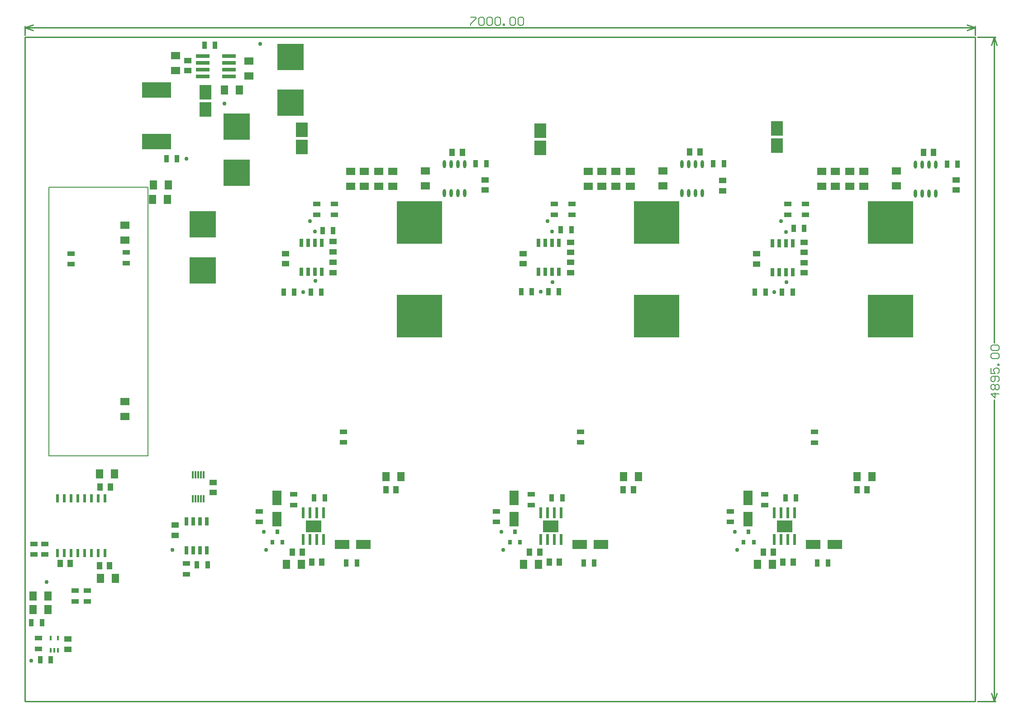
<source format=gtp>
G04*
G04 #@! TF.GenerationSoftware,Altium Limited,Altium Designer,21.9.2 (33)*
G04*
G04 Layer_Color=8421504*
%FSLAX25Y25*%
%MOIN*%
G70*
G04*
G04 #@! TF.SameCoordinates,0E08706B-7DCD-4228-AC31-9AE201DF4438*
G04*
G04*
G04 #@! TF.FilePolarity,Positive*
G04*
G01*
G75*
%ADD12C,0.01000*%
%ADD15C,0.00500*%
%ADD17C,0.00600*%
%ADD18R,0.05512X0.04134*%
%ADD19R,0.03543X0.05315*%
%ADD20R,0.33465X0.31496*%
%ADD21R,0.04134X0.05512*%
%ADD22R,0.05709X0.07087*%
%ADD23R,0.01181X0.05315*%
%ADD24R,0.05315X0.03543*%
%ADD25R,0.02559X0.06102*%
%ADD26O,0.02362X0.05906*%
%ADD27C,0.03000*%
%ADD28R,0.09843X0.02756*%
%ADD29R,0.03150X0.03543*%
%ADD30R,0.07087X0.05709*%
%ADD31R,0.08898X0.11024*%
%ADD32R,0.21260X0.11417*%
%ADD33R,0.19685X0.19685*%
%ADD34R,0.01575X0.03543*%
%ADD35R,0.06890X0.05709*%
%ADD36R,0.02362X0.07874*%
%ADD37R,0.11614X0.08858*%
%ADD38R,0.06693X0.10630*%
%ADD39R,0.10630X0.06693*%
%ADD40R,0.02362X0.05906*%
D12*
Y0D02*
Y489500D01*
X700000D01*
Y0D02*
Y489500D01*
X0Y0D02*
X700000D01*
X712000Y6000D02*
X714000Y0D01*
X716000Y6000D01*
X714000Y489500D02*
X716000Y483500D01*
X712000D02*
X714000Y489500D01*
Y0D02*
Y222056D01*
Y264244D02*
Y489500D01*
X701500Y0D02*
X715000D01*
X701500Y489500D02*
X715000D01*
X0Y496500D02*
X6000Y498500D01*
X0Y496500D02*
X6000Y494500D01*
X694000D02*
X700000Y496500D01*
X694000Y498500D02*
X700000Y496500D01*
X0D02*
X700000D01*
X0D02*
X700000D01*
X0Y491000D02*
Y497500D01*
X700000Y491000D02*
Y497500D01*
D15*
X17504Y181004D02*
X90496D01*
Y378996D01*
X17504D02*
X90496D01*
X17504Y181004D02*
Y378996D01*
Y181004D02*
X90496D01*
Y378996D01*
X17504D02*
X90496D01*
X17504Y181004D02*
Y378996D01*
D17*
X717599Y226655D02*
X711601D01*
X714600Y223656D01*
Y227655D01*
X712601Y229654D02*
X711601Y230654D01*
Y232653D01*
X712601Y233653D01*
X713600D01*
X714600Y232653D01*
X715600Y233653D01*
X716599D01*
X717599Y232653D01*
Y230654D01*
X716599Y229654D01*
X715600D01*
X714600Y230654D01*
X713600Y229654D01*
X712601D01*
X714600Y230654D02*
Y232653D01*
X716599Y235652D02*
X717599Y236652D01*
Y238651D01*
X716599Y239651D01*
X712601D01*
X711601Y238651D01*
Y236652D01*
X712601Y235652D01*
X713600D01*
X714600Y236652D01*
Y239651D01*
X711601Y245649D02*
Y241651D01*
X714600D01*
X713600Y243650D01*
Y244650D01*
X714600Y245649D01*
X716599D01*
X717599Y244650D01*
Y242650D01*
X716599Y241651D01*
X717599Y247649D02*
X716599D01*
Y248648D01*
X717599D01*
Y247649D01*
X712601Y252647D02*
X711601Y253647D01*
Y255646D01*
X712601Y256646D01*
X716599D01*
X717599Y255646D01*
Y253647D01*
X716599Y252647D01*
X712601D01*
Y258645D02*
X711601Y259645D01*
Y261644D01*
X712601Y262644D01*
X716599D01*
X717599Y261644D01*
Y259645D01*
X716599Y258645D01*
X712601D01*
X328100Y504098D02*
X332099D01*
Y503098D01*
X328100Y499100D01*
Y498100D01*
X334098Y503098D02*
X335098Y504098D01*
X337097D01*
X338097Y503098D01*
Y499100D01*
X337097Y498100D01*
X335098D01*
X334098Y499100D01*
Y503098D01*
X340096D02*
X341096Y504098D01*
X343095D01*
X344095Y503098D01*
Y499100D01*
X343095Y498100D01*
X341096D01*
X340096Y499100D01*
Y503098D01*
X346094D02*
X347094Y504098D01*
X349093D01*
X350093Y503098D01*
Y499100D01*
X349093Y498100D01*
X347094D01*
X346094Y499100D01*
Y503098D01*
X352092Y498100D02*
Y499100D01*
X353092D01*
Y498100D01*
X352092D01*
X357091Y503098D02*
X358090Y504098D01*
X360090D01*
X361089Y503098D01*
Y499100D01*
X360090Y498100D01*
X358090D01*
X357091Y499100D01*
Y503098D01*
X363089D02*
X364088Y504098D01*
X366088D01*
X367087Y503098D01*
Y499100D01*
X366088Y498100D01*
X364088D01*
X363089Y499100D01*
Y503098D01*
D18*
X574000Y338240D02*
D03*
Y330760D02*
D03*
X686000Y384240D02*
D03*
Y376760D02*
D03*
X514000Y383740D02*
D03*
Y376260D02*
D03*
X227000Y331260D02*
D03*
Y338740D02*
D03*
X402000Y330760D02*
D03*
Y338240D02*
D03*
X339000Y376760D02*
D03*
Y384240D02*
D03*
X366816Y329961D02*
D03*
Y322480D02*
D03*
X401816Y323461D02*
D03*
Y315980D02*
D03*
X120000Y472240D02*
D03*
Y464760D02*
D03*
X138500Y153760D02*
D03*
Y161240D02*
D03*
X110500Y129740D02*
D03*
Y122260D02*
D03*
X191900Y329940D02*
D03*
Y322460D02*
D03*
X226900Y323440D02*
D03*
Y315960D02*
D03*
X539000Y329740D02*
D03*
Y322260D02*
D03*
X574000Y323240D02*
D03*
Y315760D02*
D03*
X31500Y45740D02*
D03*
Y38260D02*
D03*
D19*
X219063Y347000D02*
D03*
X226937D02*
D03*
X394563Y347500D02*
D03*
X402437D02*
D03*
X573937Y348500D02*
D03*
X566063D02*
D03*
X506879Y396220D02*
D03*
X514753D02*
D03*
X365379Y301720D02*
D03*
X373253D02*
D03*
X393253D02*
D03*
X385379D02*
D03*
X134437Y100500D02*
D03*
X126563D02*
D03*
X331963Y396200D02*
D03*
X339837D02*
D03*
X190463Y301700D02*
D03*
X198337D02*
D03*
X218337D02*
D03*
X210463D02*
D03*
X686937Y396000D02*
D03*
X679063D02*
D03*
X537563Y301500D02*
D03*
X545437D02*
D03*
X565437D02*
D03*
X557563D02*
D03*
X139937Y483500D02*
D03*
X132063D02*
D03*
X111937Y400000D02*
D03*
X104063D02*
D03*
X12437Y58000D02*
D03*
X4563D02*
D03*
X18937Y30500D02*
D03*
X11063D02*
D03*
X560063Y150000D02*
D03*
X567937D02*
D03*
X583563Y102000D02*
D03*
X591437D02*
D03*
X236524Y102020D02*
D03*
X244398D02*
D03*
X213024Y150020D02*
D03*
X220898D02*
D03*
X411382Y102000D02*
D03*
X419256D02*
D03*
X387882Y150000D02*
D03*
X395756D02*
D03*
D20*
X290461Y352984D02*
D03*
Y284020D02*
D03*
X465319Y352965D02*
D03*
Y284000D02*
D03*
X637500D02*
D03*
Y352965D02*
D03*
D21*
X25760Y101500D02*
D03*
X33240D02*
D03*
X489576Y404720D02*
D03*
X497056D02*
D03*
X322140Y404700D02*
D03*
X314660D02*
D03*
X661760Y404500D02*
D03*
X669240D02*
D03*
X62240Y100000D02*
D03*
X54760D02*
D03*
X62740Y158000D02*
D03*
X55260D02*
D03*
X558260Y102500D02*
D03*
X565740D02*
D03*
X620240Y156000D02*
D03*
X612760D02*
D03*
X543760Y110000D02*
D03*
X551240D02*
D03*
X273201Y156020D02*
D03*
X265721D02*
D03*
X211221Y102520D02*
D03*
X218701D02*
D03*
X196721Y110020D02*
D03*
X204201D02*
D03*
X448059Y156000D02*
D03*
X440579D02*
D03*
X386079Y102500D02*
D03*
X393559D02*
D03*
X371579Y110000D02*
D03*
X379059D02*
D03*
D22*
X17012Y77500D02*
D03*
X5988D02*
D03*
X158012Y450500D02*
D03*
X146988D02*
D03*
X94488Y380500D02*
D03*
X105512D02*
D03*
X105012Y370000D02*
D03*
X93988D02*
D03*
X55488Y90500D02*
D03*
X66512D02*
D03*
X54988Y167500D02*
D03*
X66012D02*
D03*
X5988Y67500D02*
D03*
X17012D02*
D03*
X612988Y165500D02*
D03*
X624012D02*
D03*
X539488Y101000D02*
D03*
X550512D02*
D03*
X265949Y165520D02*
D03*
X276972D02*
D03*
X192449Y101020D02*
D03*
X203472D02*
D03*
X440807Y165500D02*
D03*
X451831D02*
D03*
X367307Y101000D02*
D03*
X378331D02*
D03*
D23*
X123563Y149240D02*
D03*
X125531D02*
D03*
X127500D02*
D03*
X129469D02*
D03*
X131437D02*
D03*
X123563Y166760D02*
D03*
X125531D02*
D03*
X127500D02*
D03*
X129469D02*
D03*
X131437D02*
D03*
D24*
X119000Y93563D02*
D03*
Y101437D02*
D03*
X409316Y198658D02*
D03*
Y190784D02*
D03*
X234400Y198637D02*
D03*
Y190763D02*
D03*
X172461Y132083D02*
D03*
Y139957D02*
D03*
X347319Y132063D02*
D03*
Y139937D02*
D03*
X519500D02*
D03*
Y132063D02*
D03*
X581500Y198437D02*
D03*
Y190563D02*
D03*
X74500Y330874D02*
D03*
Y323000D02*
D03*
X14500Y108063D02*
D03*
Y115937D02*
D03*
X6500D02*
D03*
Y108063D02*
D03*
X37000Y81437D02*
D03*
Y73563D02*
D03*
X46000Y81437D02*
D03*
Y73563D02*
D03*
X10000Y38563D02*
D03*
Y46437D02*
D03*
X545000Y144563D02*
D03*
Y152437D02*
D03*
X562000Y358563D02*
D03*
Y366437D02*
D03*
X575000D02*
D03*
Y358563D02*
D03*
X227961Y366457D02*
D03*
Y358583D02*
D03*
X214961D02*
D03*
Y366457D02*
D03*
X197961Y144583D02*
D03*
Y152457D02*
D03*
X402819Y366437D02*
D03*
Y358563D02*
D03*
X389819D02*
D03*
Y366437D02*
D03*
X372819Y144563D02*
D03*
Y152437D02*
D03*
X34000Y322063D02*
D03*
Y329937D02*
D03*
D25*
X134000Y132630D02*
D03*
X129000D02*
D03*
X124000D02*
D03*
X119000D02*
D03*
X134000Y111370D02*
D03*
X129000D02*
D03*
X124000D02*
D03*
X119000D02*
D03*
X393316Y337850D02*
D03*
X388316D02*
D03*
X383316D02*
D03*
X378316D02*
D03*
X393316Y316590D02*
D03*
X388316D02*
D03*
X383316D02*
D03*
X378316D02*
D03*
X218400Y337830D02*
D03*
X213400D02*
D03*
X208400D02*
D03*
X203400D02*
D03*
X218400Y316570D02*
D03*
X213400D02*
D03*
X208400D02*
D03*
X203400D02*
D03*
X565500Y337630D02*
D03*
X560500D02*
D03*
X555500D02*
D03*
X550500D02*
D03*
X565500Y316370D02*
D03*
X560500D02*
D03*
X555500D02*
D03*
X550500D02*
D03*
D26*
X483816Y374590D02*
D03*
X488816D02*
D03*
X493816D02*
D03*
X498816D02*
D03*
X483816Y395850D02*
D03*
X488816D02*
D03*
X493816D02*
D03*
X498816D02*
D03*
X308900Y374570D02*
D03*
X313900D02*
D03*
X318900D02*
D03*
X323900D02*
D03*
X308900Y395830D02*
D03*
X313900D02*
D03*
X318900D02*
D03*
X323900D02*
D03*
X656000Y374370D02*
D03*
X661000D02*
D03*
X666000D02*
D03*
X671000D02*
D03*
X656000Y395630D02*
D03*
X661000D02*
D03*
X666000D02*
D03*
X671000D02*
D03*
D27*
X379816Y301720D02*
D03*
X388500Y309000D02*
D03*
X388316Y346220D02*
D03*
X108500Y111500D02*
D03*
X204900Y301700D02*
D03*
X214000Y310000D02*
D03*
X213400Y346200D02*
D03*
X523000Y125000D02*
D03*
X524500Y111500D02*
D03*
X552000Y301500D02*
D03*
X561000Y309000D02*
D03*
X560500Y346000D02*
D03*
X147000Y440500D02*
D03*
X4500Y30000D02*
D03*
X557000Y354000D02*
D03*
X209961Y354020D02*
D03*
X384819Y354000D02*
D03*
X177461Y111520D02*
D03*
X175961Y125020D02*
D03*
X352319Y111500D02*
D03*
X350819Y125000D02*
D03*
X173100Y484400D02*
D03*
X119000Y400000D02*
D03*
X16000Y88000D02*
D03*
D28*
X130854Y475500D02*
D03*
Y470500D02*
D03*
Y465500D02*
D03*
Y460500D02*
D03*
X150146Y475500D02*
D03*
Y470500D02*
D03*
Y465500D02*
D03*
Y460500D02*
D03*
D29*
X185961Y124957D02*
D03*
X189701Y117083D02*
D03*
X182220D02*
D03*
X360819Y124937D02*
D03*
X364559Y117063D02*
D03*
X357079D02*
D03*
X529260D02*
D03*
X536740D02*
D03*
X533000Y124937D02*
D03*
D30*
X111000Y464988D02*
D03*
Y476012D02*
D03*
X165000Y472012D02*
D03*
Y460988D02*
D03*
X597000Y390512D02*
D03*
Y379488D02*
D03*
X618000D02*
D03*
Y390512D02*
D03*
X587000Y390524D02*
D03*
Y379500D02*
D03*
X607500Y379488D02*
D03*
Y390512D02*
D03*
X249961Y390531D02*
D03*
Y379508D02*
D03*
X239961Y390543D02*
D03*
Y379520D02*
D03*
X260461Y379508D02*
D03*
Y390531D02*
D03*
X270961Y379508D02*
D03*
Y390531D02*
D03*
X424819Y390512D02*
D03*
Y379488D02*
D03*
X414819Y390524D02*
D03*
Y379500D02*
D03*
X435319Y379488D02*
D03*
Y390512D02*
D03*
X445819Y379488D02*
D03*
Y390512D02*
D03*
X73500Y351012D02*
D03*
Y339988D02*
D03*
Y221012D02*
D03*
Y209988D02*
D03*
D31*
X133000Y448799D02*
D03*
Y436201D02*
D03*
X554000Y422299D02*
D03*
Y409701D02*
D03*
X379500Y420598D02*
D03*
Y408000D02*
D03*
X204000Y421299D02*
D03*
Y408701D02*
D03*
D32*
X97000Y450595D02*
D03*
Y412405D02*
D03*
D33*
X156000Y423410D02*
D03*
Y389551D02*
D03*
X131000Y317571D02*
D03*
Y351429D02*
D03*
X195500Y474929D02*
D03*
Y441071D02*
D03*
D34*
X18941Y46528D02*
D03*
X24059D02*
D03*
Y37472D02*
D03*
X21500D02*
D03*
X18941D02*
D03*
D35*
X294961Y391032D02*
D03*
Y380008D02*
D03*
X469819Y391012D02*
D03*
Y379988D02*
D03*
X642000Y391012D02*
D03*
Y379988D02*
D03*
D36*
X567000Y138842D02*
D03*
X562000D02*
D03*
X557000D02*
D03*
X552000D02*
D03*
X567000Y119158D02*
D03*
X562000D02*
D03*
X557000D02*
D03*
X552000D02*
D03*
X219961Y138862D02*
D03*
X214961D02*
D03*
X209961D02*
D03*
X204961D02*
D03*
X219961Y119177D02*
D03*
X214961D02*
D03*
X209961D02*
D03*
X204961D02*
D03*
X394819Y138842D02*
D03*
X389819D02*
D03*
X384819D02*
D03*
X379819D02*
D03*
X394819Y119158D02*
D03*
X389819D02*
D03*
X384819D02*
D03*
X379819D02*
D03*
D37*
X559500Y129000D02*
D03*
X212461Y129020D02*
D03*
X387319Y129000D02*
D03*
D38*
X532500Y149874D02*
D03*
Y134126D02*
D03*
X185461Y149894D02*
D03*
Y134146D02*
D03*
X360319Y149874D02*
D03*
Y134126D02*
D03*
D39*
X596374Y115500D02*
D03*
X580626D02*
D03*
X249335Y115520D02*
D03*
X233587D02*
D03*
X424193Y115500D02*
D03*
X408445D02*
D03*
D40*
X24000Y109343D02*
D03*
X29000D02*
D03*
X34000D02*
D03*
X39000D02*
D03*
X44000D02*
D03*
X49000D02*
D03*
X54000D02*
D03*
X59000D02*
D03*
X24000Y149657D02*
D03*
X29000D02*
D03*
X34000D02*
D03*
X39000D02*
D03*
X44000D02*
D03*
X49000D02*
D03*
X54000D02*
D03*
X59000D02*
D03*
M02*

</source>
